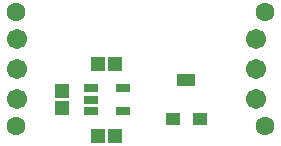
<source format=gts>
G75*
%MOIN*%
%OFA0B0*%
%FSLAX25Y25*%
%IPPOS*%
%LPD*%
%AMOC8*
5,1,8,0,0,1.08239X$1,22.5*
%
%ADD10R,0.04540X0.04540*%
%ADD11C,0.06737*%
%ADD12C,0.06312*%
%ADD13R,0.06312X0.04343*%
%ADD14R,0.05131X0.04343*%
%ADD15R,0.04934X0.03162*%
D10*
X0030000Y0029146D03*
X0030000Y0034854D03*
X0042146Y0044000D03*
X0047854Y0044000D03*
X0047854Y0020000D03*
X0042146Y0020000D03*
D11*
X0015079Y0032118D03*
X0015079Y0042157D03*
X0015079Y0052197D03*
X0094646Y0052197D03*
X0094646Y0042157D03*
X0094646Y0032118D03*
D12*
X0014843Y0023181D03*
X0014843Y0061134D03*
X0097913Y0061134D03*
X0097913Y0023181D03*
D13*
X0071591Y0038543D03*
D14*
X0076118Y0025551D03*
X0067063Y0025551D03*
D15*
X0050315Y0028260D03*
X0050315Y0035740D03*
X0039685Y0035740D03*
X0039685Y0032000D03*
X0039685Y0028260D03*
M02*

</source>
